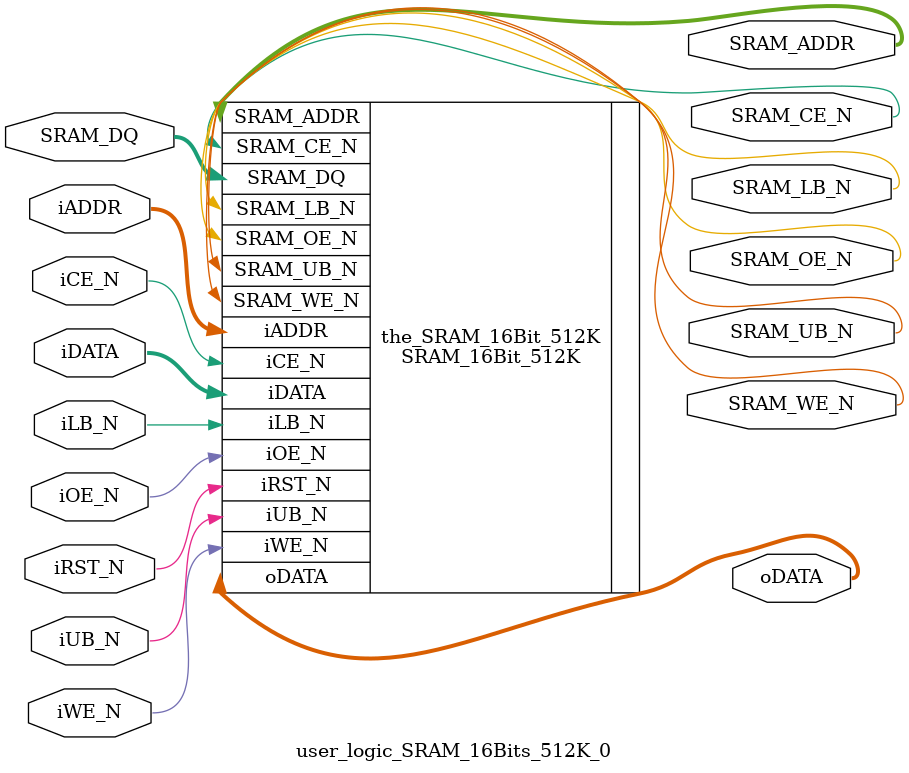
<source format=v>




// synthesis translate_off
`timescale 1ns / 1ps
// synthesis translate_on
module user_logic_SRAM_16Bits_512K_0 (
                                       // inputs:
                                        iADDR,
                                        iCE_N,
                                        iDATA,
                                        iLB_N,
                                        iOE_N,
                                        iRST_N,
                                        iUB_N,
                                        iWE_N,

                                       // outputs:
                                        SRAM_ADDR,
                                        SRAM_CE_N,
                                        SRAM_DQ,
                                        SRAM_LB_N,
                                        SRAM_OE_N,
                                        SRAM_UB_N,
                                        SRAM_WE_N,
                                        oDATA
                                     )
;

  output  [ 17: 0] SRAM_ADDR;
  output           SRAM_CE_N;
  inout   [ 15: 0] SRAM_DQ;
  output           SRAM_LB_N;
  output           SRAM_OE_N;
  output           SRAM_UB_N;
  output           SRAM_WE_N;
  output  [ 15: 0] oDATA;
  input   [ 17: 0] iADDR;
  input            iCE_N;
  input   [ 15: 0] iDATA;
  input            iLB_N;
  input            iOE_N;
  input            iRST_N;
  input            iUB_N;
  input            iWE_N;

  wire    [ 17: 0] SRAM_ADDR;
  wire             SRAM_CE_N;
  wire    [ 15: 0] SRAM_DQ;
  wire             SRAM_LB_N;
  wire             SRAM_OE_N;
  wire             SRAM_UB_N;
  wire             SRAM_WE_N;
  wire    [ 15: 0] oDATA;
  SRAM_16Bit_512K the_SRAM_16Bit_512K
    (
      .SRAM_ADDR (SRAM_ADDR),
      .SRAM_CE_N (SRAM_CE_N),
      .SRAM_DQ   (SRAM_DQ),
      .SRAM_LB_N (SRAM_LB_N),
      .SRAM_OE_N (SRAM_OE_N),
      .SRAM_UB_N (SRAM_UB_N),
      .SRAM_WE_N (SRAM_WE_N),
      .iADDR     (iADDR),
      .iCE_N     (iCE_N),
      .iDATA     (iDATA),
      .iLB_N     (iLB_N),
      .iOE_N     (iOE_N),
      .iRST_N    (iRST_N),
      .iUB_N     (iUB_N),
      .iWE_N     (iWE_N),
      .oDATA     (oDATA)
    );


endmodule


</source>
